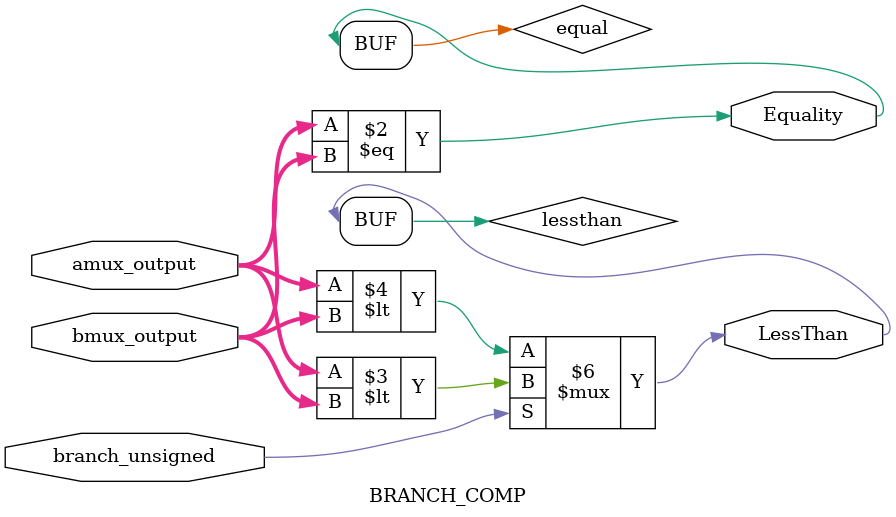
<source format=v>
module BRANCH_COMP(
    input branch_unsigned, //should be 1 bit
    input [31:0] amux_output,
    input [31:0] bmux_output,
    output Equality,
    output LessThan
);

    reg equal, lessthan;

    assign Equality = equal;
    assign LessThan = lessthan;


    always @(*) begin
        equal = (amux_output == bmux_output);

        if (branch_unsigned) begin
            lessthan = (amux_output < bmux_output);
        end
        else begin
            lessthan = ($signed(amux_output) < $signed(bmux_output));
        end
    end
endmodule

</source>
